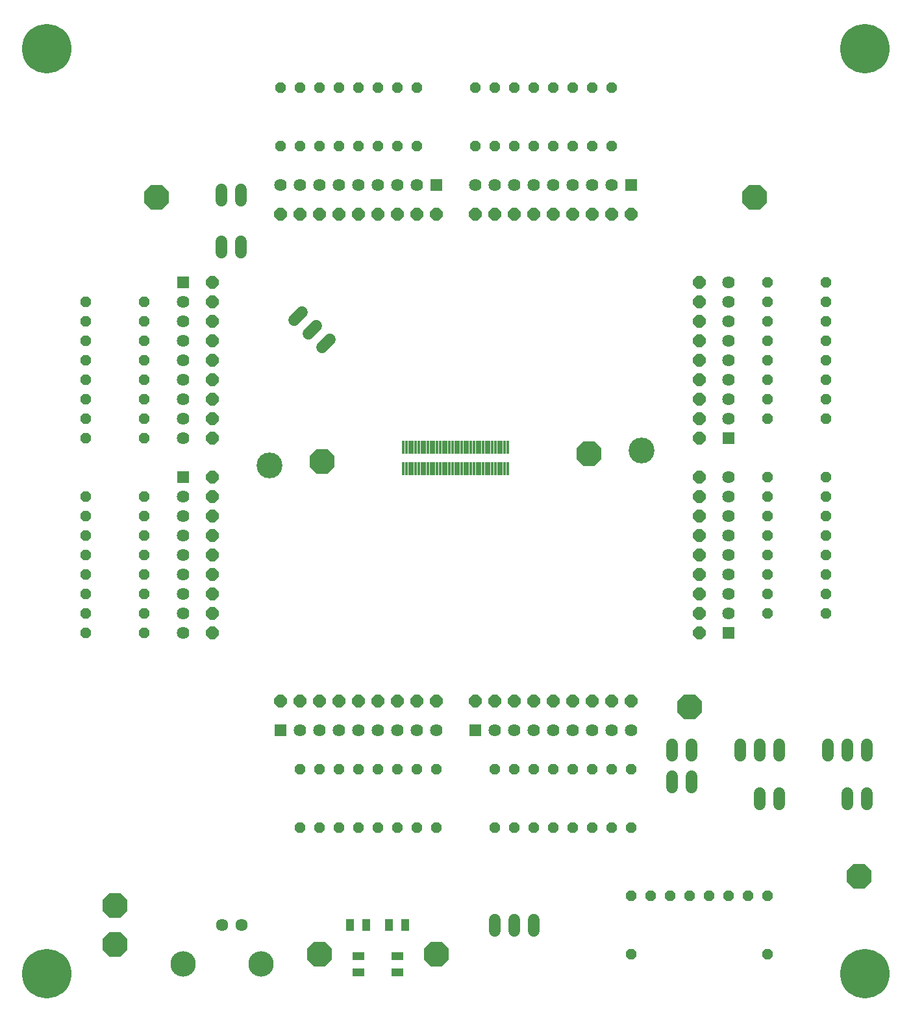
<source format=gts>
G75*
%MOIN*%
%OFA0B0*%
%FSLAX25Y25*%
%IPPOS*%
%LPD*%
%AMOC8*
5,1,8,0,0,1.08239X$1,22.5*
%
%ADD10C,0.13250*%
%ADD11C,0.13061*%
%ADD12C,0.06337*%
%ADD13R,0.06400X0.06400*%
%ADD14C,0.06400*%
%ADD15C,0.06000*%
%ADD16R,0.04200X0.06400*%
%ADD17R,0.06400X0.04200*%
%ADD18OC8,0.05550*%
%ADD19OC8,0.06400*%
%ADD20OC8,0.12800*%
%ADD21C,0.25400*%
%ADD22R,0.01187X0.06857*%
D10*
X0305941Y0397563D03*
X0497059Y0405437D03*
D11*
X0301500Y0141500D03*
X0261500Y0141500D03*
D12*
X0281500Y0161500D03*
X0291500Y0161500D03*
D13*
X0311500Y0261500D03*
X0411500Y0261500D03*
X0541500Y0311500D03*
X0541500Y0411500D03*
X0491500Y0541500D03*
X0391500Y0541500D03*
X0261500Y0491500D03*
X0261500Y0391500D03*
D14*
X0261500Y0381500D03*
X0261500Y0371500D03*
X0261500Y0361500D03*
X0261500Y0351500D03*
X0261500Y0341500D03*
X0261500Y0331500D03*
X0261500Y0321500D03*
X0261500Y0311500D03*
X0321500Y0261500D03*
X0331500Y0261500D03*
X0341500Y0261500D03*
X0351500Y0261500D03*
X0361500Y0261500D03*
X0371500Y0261500D03*
X0381500Y0261500D03*
X0391500Y0261500D03*
X0421500Y0261500D03*
X0431500Y0261500D03*
X0441500Y0261500D03*
X0451500Y0261500D03*
X0461500Y0261500D03*
X0471500Y0261500D03*
X0481500Y0261500D03*
X0491500Y0261500D03*
X0541500Y0321500D03*
X0541500Y0331500D03*
X0541500Y0341500D03*
X0541500Y0351500D03*
X0541500Y0361500D03*
X0541500Y0371500D03*
X0541500Y0381500D03*
X0541500Y0391500D03*
X0541500Y0421500D03*
X0541500Y0431500D03*
X0541500Y0441500D03*
X0541500Y0451500D03*
X0541500Y0461500D03*
X0541500Y0471500D03*
X0541500Y0481500D03*
X0541500Y0491500D03*
X0481500Y0541500D03*
X0471500Y0541500D03*
X0461500Y0541500D03*
X0451500Y0541500D03*
X0441500Y0541500D03*
X0431500Y0541500D03*
X0421500Y0541500D03*
X0411500Y0541500D03*
X0381500Y0541500D03*
X0371500Y0541500D03*
X0361500Y0541500D03*
X0351500Y0541500D03*
X0341500Y0541500D03*
X0331500Y0541500D03*
X0321500Y0541500D03*
X0311500Y0541500D03*
X0261500Y0481500D03*
X0261500Y0471500D03*
X0261500Y0461500D03*
X0261500Y0451500D03*
X0261500Y0441500D03*
X0261500Y0431500D03*
X0261500Y0421500D03*
X0261500Y0411500D03*
D15*
X0318811Y0472355D02*
X0322771Y0476315D01*
X0329842Y0469243D02*
X0325883Y0465284D01*
X0332954Y0458213D02*
X0336913Y0462172D01*
X0291421Y0506968D02*
X0291421Y0512568D01*
X0281421Y0512568D02*
X0281421Y0506968D01*
X0281421Y0533543D02*
X0281421Y0539143D01*
X0291421Y0539143D02*
X0291421Y0533543D01*
X0512500Y0254300D02*
X0512500Y0248700D01*
X0512563Y0237961D02*
X0512563Y0232361D01*
X0522563Y0232361D02*
X0522563Y0237961D01*
X0522500Y0248700D02*
X0522500Y0254300D01*
X0547500Y0254300D02*
X0547500Y0248700D01*
X0557500Y0248700D02*
X0557500Y0254300D01*
X0567500Y0254300D02*
X0567500Y0248700D01*
X0567500Y0229300D02*
X0567500Y0223700D01*
X0557500Y0223700D02*
X0557500Y0229300D01*
X0592500Y0248700D02*
X0592500Y0254300D01*
X0602500Y0254300D02*
X0602500Y0248700D01*
X0612500Y0248700D02*
X0612500Y0254300D01*
X0612500Y0229300D02*
X0612500Y0223700D01*
X0602500Y0223700D02*
X0602500Y0229300D01*
X0441500Y0164300D02*
X0441500Y0158700D01*
X0431500Y0158700D02*
X0431500Y0164300D01*
X0421500Y0164300D02*
X0421500Y0158700D01*
D16*
X0375600Y0161500D03*
X0367400Y0161500D03*
X0355600Y0161500D03*
X0347400Y0161500D03*
D17*
X0351500Y0145600D03*
X0351500Y0137400D03*
X0371500Y0137400D03*
X0371500Y0145600D03*
D18*
X0371500Y0211500D03*
X0361500Y0211500D03*
X0351500Y0211500D03*
X0341500Y0211500D03*
X0331500Y0211500D03*
X0321500Y0211500D03*
X0321500Y0241500D03*
X0331500Y0241500D03*
X0341500Y0241500D03*
X0351500Y0241500D03*
X0361500Y0241500D03*
X0371500Y0241500D03*
X0381500Y0241500D03*
X0391500Y0241500D03*
X0391500Y0211500D03*
X0381500Y0211500D03*
X0421500Y0211500D03*
X0431500Y0211500D03*
X0441500Y0211500D03*
X0451500Y0211500D03*
X0461500Y0211500D03*
X0471500Y0211500D03*
X0481500Y0211500D03*
X0491500Y0211500D03*
X0491500Y0241500D03*
X0481500Y0241500D03*
X0471500Y0241500D03*
X0461500Y0241500D03*
X0451500Y0241500D03*
X0441500Y0241500D03*
X0431500Y0241500D03*
X0421500Y0241500D03*
X0491500Y0176500D03*
X0501500Y0176500D03*
X0511500Y0176500D03*
X0521500Y0176500D03*
X0531500Y0176500D03*
X0541500Y0176500D03*
X0551500Y0176500D03*
X0561500Y0176500D03*
X0561500Y0146500D03*
X0491500Y0146500D03*
X0561500Y0321500D03*
X0561500Y0331500D03*
X0561500Y0341500D03*
X0561500Y0351500D03*
X0561500Y0361500D03*
X0561500Y0371500D03*
X0561500Y0381500D03*
X0561500Y0391500D03*
X0561500Y0421500D03*
X0561500Y0431500D03*
X0561500Y0441500D03*
X0561500Y0451500D03*
X0561500Y0461500D03*
X0561500Y0471500D03*
X0561500Y0481500D03*
X0561500Y0491500D03*
X0591500Y0491500D03*
X0591500Y0481500D03*
X0591500Y0471500D03*
X0591500Y0461500D03*
X0591500Y0451500D03*
X0591500Y0441500D03*
X0591500Y0431500D03*
X0591500Y0421500D03*
X0591500Y0391500D03*
X0591500Y0381500D03*
X0591500Y0371500D03*
X0591500Y0361500D03*
X0591500Y0351500D03*
X0591500Y0341500D03*
X0591500Y0331500D03*
X0591500Y0321500D03*
X0481500Y0561500D03*
X0471500Y0561500D03*
X0461500Y0561500D03*
X0451500Y0561500D03*
X0441500Y0561500D03*
X0431500Y0561500D03*
X0421500Y0561500D03*
X0411500Y0561500D03*
X0411500Y0591500D03*
X0421500Y0591500D03*
X0431500Y0591500D03*
X0441500Y0591500D03*
X0451500Y0591500D03*
X0461500Y0591500D03*
X0471500Y0591500D03*
X0481500Y0591500D03*
X0381500Y0591500D03*
X0371500Y0591500D03*
X0361500Y0591500D03*
X0351500Y0591500D03*
X0341500Y0591500D03*
X0331500Y0591500D03*
X0321500Y0591500D03*
X0311500Y0591500D03*
X0311500Y0561500D03*
X0321500Y0561500D03*
X0331500Y0561500D03*
X0341500Y0561500D03*
X0351500Y0561500D03*
X0361500Y0561500D03*
X0371500Y0561500D03*
X0381500Y0561500D03*
X0241500Y0481500D03*
X0241500Y0471500D03*
X0241500Y0461500D03*
X0241500Y0451500D03*
X0241500Y0441500D03*
X0241500Y0431500D03*
X0241500Y0421500D03*
X0241500Y0411500D03*
X0241500Y0381500D03*
X0241500Y0371500D03*
X0241500Y0361500D03*
X0241500Y0351500D03*
X0241500Y0341500D03*
X0241500Y0331500D03*
X0241500Y0321500D03*
X0241500Y0311500D03*
X0211500Y0311500D03*
X0211500Y0321500D03*
X0211500Y0331500D03*
X0211500Y0341500D03*
X0211500Y0351500D03*
X0211500Y0361500D03*
X0211500Y0371500D03*
X0211500Y0381500D03*
X0211500Y0411500D03*
X0211500Y0421500D03*
X0211500Y0431500D03*
X0211500Y0441500D03*
X0211500Y0451500D03*
X0211500Y0461500D03*
X0211500Y0471500D03*
X0211500Y0481500D03*
D19*
X0276500Y0481500D03*
X0276500Y0471500D03*
X0276500Y0461500D03*
X0276500Y0451500D03*
X0276500Y0441500D03*
X0276500Y0431500D03*
X0276500Y0421500D03*
X0276500Y0411500D03*
X0276500Y0391500D03*
X0276500Y0381500D03*
X0276500Y0371500D03*
X0276500Y0361500D03*
X0276500Y0351500D03*
X0276500Y0341500D03*
X0276500Y0331500D03*
X0276500Y0321500D03*
X0276500Y0311500D03*
X0311500Y0276500D03*
X0321500Y0276500D03*
X0331500Y0276500D03*
X0341500Y0276500D03*
X0351500Y0276500D03*
X0361500Y0276500D03*
X0371500Y0276500D03*
X0381500Y0276500D03*
X0391500Y0276500D03*
X0411500Y0276500D03*
X0421500Y0276500D03*
X0431500Y0276500D03*
X0441500Y0276500D03*
X0451500Y0276500D03*
X0461500Y0276500D03*
X0471500Y0276500D03*
X0481500Y0276500D03*
X0491500Y0276500D03*
X0526500Y0311500D03*
X0526500Y0321500D03*
X0526500Y0331500D03*
X0526500Y0341500D03*
X0526500Y0351500D03*
X0526500Y0361500D03*
X0526500Y0371500D03*
X0526500Y0381500D03*
X0526500Y0391500D03*
X0526500Y0411500D03*
X0526500Y0421500D03*
X0526500Y0431500D03*
X0526500Y0441500D03*
X0526500Y0451500D03*
X0526500Y0461500D03*
X0526500Y0471500D03*
X0526500Y0481500D03*
X0526500Y0491500D03*
X0491500Y0526500D03*
X0481500Y0526500D03*
X0471500Y0526500D03*
X0461500Y0526500D03*
X0451500Y0526500D03*
X0441500Y0526500D03*
X0431500Y0526500D03*
X0421500Y0526500D03*
X0411500Y0526500D03*
X0391500Y0526500D03*
X0381500Y0526500D03*
X0371500Y0526500D03*
X0361500Y0526500D03*
X0351500Y0526500D03*
X0341500Y0526500D03*
X0331500Y0526500D03*
X0321500Y0526500D03*
X0311500Y0526500D03*
X0276500Y0491500D03*
D20*
X0247957Y0535358D03*
X0333059Y0399531D03*
X0469941Y0403469D03*
X0521547Y0273744D03*
X0608500Y0186500D03*
X0391500Y0146500D03*
X0331500Y0146500D03*
X0226500Y0151500D03*
X0226500Y0171500D03*
X0555043Y0535358D03*
D21*
X0191500Y0136500D03*
X0611500Y0136500D03*
X0611500Y0611500D03*
X0191500Y0611500D03*
D22*
X0374728Y0407091D03*
X0376303Y0407091D03*
X0377878Y0407091D03*
X0379453Y0407091D03*
X0381028Y0407091D03*
X0382602Y0407091D03*
X0384177Y0407091D03*
X0385752Y0407091D03*
X0387327Y0407091D03*
X0388902Y0407091D03*
X0390476Y0407091D03*
X0392051Y0407091D03*
X0393626Y0407091D03*
X0395201Y0407091D03*
X0396776Y0407091D03*
X0398350Y0407091D03*
X0399925Y0407091D03*
X0401500Y0407091D03*
X0403075Y0407091D03*
X0404650Y0407091D03*
X0406224Y0407091D03*
X0407799Y0407091D03*
X0409374Y0407091D03*
X0410949Y0407091D03*
X0412524Y0407091D03*
X0414098Y0407091D03*
X0415673Y0407091D03*
X0417248Y0407091D03*
X0418823Y0407091D03*
X0420398Y0407091D03*
X0421972Y0407091D03*
X0423547Y0407091D03*
X0425122Y0407091D03*
X0426697Y0407091D03*
X0428272Y0407091D03*
X0428272Y0395909D03*
X0426697Y0395909D03*
X0425122Y0395909D03*
X0423547Y0395909D03*
X0421972Y0395909D03*
X0420398Y0395909D03*
X0418823Y0395909D03*
X0417248Y0395909D03*
X0415673Y0395909D03*
X0414098Y0395909D03*
X0412524Y0395909D03*
X0410949Y0395909D03*
X0409374Y0395909D03*
X0407799Y0395909D03*
X0406224Y0395909D03*
X0404650Y0395909D03*
X0403075Y0395909D03*
X0401500Y0395909D03*
X0399925Y0395909D03*
X0398350Y0395909D03*
X0396776Y0395909D03*
X0395201Y0395909D03*
X0393626Y0395909D03*
X0392051Y0395909D03*
X0390476Y0395909D03*
X0388902Y0395909D03*
X0387327Y0395909D03*
X0385752Y0395909D03*
X0384177Y0395909D03*
X0382602Y0395909D03*
X0381028Y0395909D03*
X0379453Y0395909D03*
X0377878Y0395909D03*
X0376303Y0395909D03*
X0374728Y0395909D03*
M02*

</source>
